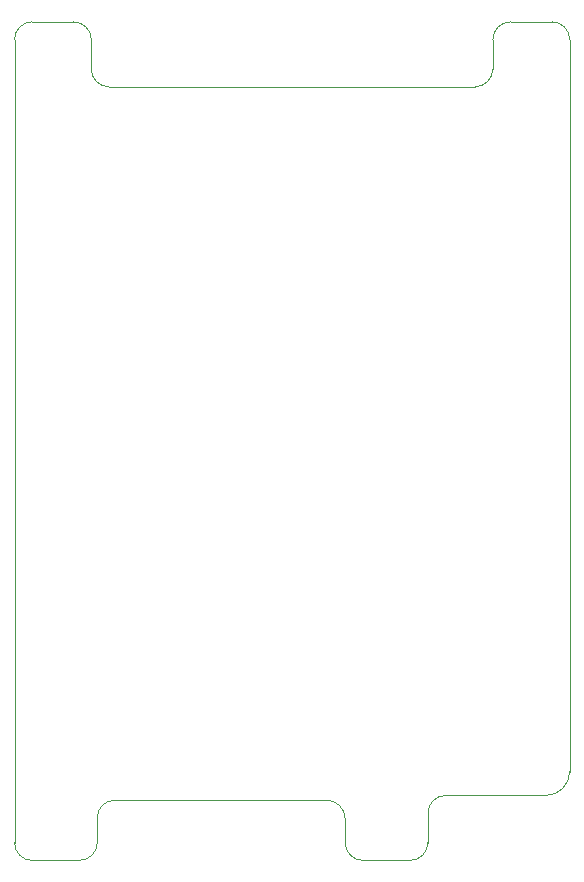
<source format=gm1>
%TF.GenerationSoftware,KiCad,Pcbnew,7.0.5-0*%
%TF.CreationDate,2024-02-07T21:38:44-05:00*%
%TF.ProjectId,GHOUL-2024-0,47484f55-4c2d-4323-9032-342d302e6b69,rev?*%
%TF.SameCoordinates,Original*%
%TF.FileFunction,Profile,NP*%
%FSLAX46Y46*%
G04 Gerber Fmt 4.6, Leading zero omitted, Abs format (unit mm)*
G04 Created by KiCad (PCBNEW 7.0.5-0) date 2024-02-07 21:38:44*
%MOMM*%
%LPD*%
G01*
G04 APERTURE LIST*
%TA.AperFunction,Profile*%
%ADD10C,0.100000*%
%TD*%
G04 APERTURE END LIST*
D10*
X139630000Y-82970000D02*
G75*
G03*
X138130000Y-81470000I-1500000J0D01*
G01*
X178130000Y-146970000D02*
X169630000Y-146970000D01*
X178630000Y-81470000D02*
X175130000Y-81470000D01*
X139630000Y-85470000D02*
G75*
G03*
X141130000Y-86970000I1500000J0D01*
G01*
X180130000Y-82970000D02*
G75*
G03*
X178630000Y-81470000I-1500000J0D01*
G01*
X134630000Y-81470000D02*
G75*
G03*
X133130000Y-82970000I0J-1500000D01*
G01*
X138630000Y-152470000D02*
G75*
G03*
X140130000Y-150970000I0J1500000D01*
G01*
X141630000Y-147366400D02*
G75*
G03*
X140130000Y-148866447I0J-1500000D01*
G01*
X139630000Y-85470000D02*
X139630000Y-82970000D01*
X180130000Y-144970000D02*
X180130000Y-82970000D01*
X178130000Y-146970000D02*
G75*
G03*
X180130000Y-144970000I0J2000000D01*
G01*
X161130000Y-148970000D02*
X161130000Y-150970000D01*
X168130000Y-148470000D02*
X168130000Y-150970000D01*
X159526447Y-147366447D02*
X141630000Y-147366447D01*
X173630000Y-82970000D02*
X173630000Y-85470000D01*
X161130000Y-150970000D02*
G75*
G03*
X162630000Y-152470000I1500000J0D01*
G01*
X134630000Y-81470000D02*
X138130000Y-81470000D01*
X140130000Y-148866447D02*
X140130000Y-150970000D01*
X166630000Y-152470000D02*
G75*
G03*
X168130000Y-150970000I0J1500000D01*
G01*
X133130000Y-82970000D02*
X133130000Y-150970000D01*
X175130000Y-81470000D02*
G75*
G03*
X173630000Y-82970000I0J-1500000D01*
G01*
X133130000Y-150970000D02*
G75*
G03*
X134630000Y-152470000I1500000J0D01*
G01*
X172130000Y-86970000D02*
G75*
G03*
X173630000Y-85470000I0J1500000D01*
G01*
X166630000Y-152470000D02*
X162630000Y-152470000D01*
X172130000Y-86970000D02*
X141130000Y-86970000D01*
X161129953Y-148970000D02*
G75*
G03*
X159526447Y-147366447I-1603553J0D01*
G01*
X169630000Y-146970000D02*
G75*
G03*
X168130000Y-148470000I0J-1500000D01*
G01*
X138630000Y-152470000D02*
X134630000Y-152470000D01*
M02*

</source>
